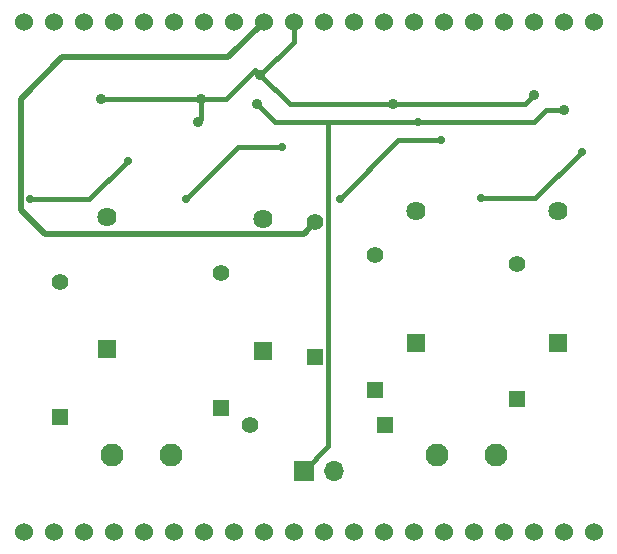
<source format=gbr>
%TF.GenerationSoftware,KiCad,Pcbnew,8.0.8*%
%TF.CreationDate,2025-02-03T20:57:41-05:00*%
%TF.ProjectId,PWM Module,50574d20-4d6f-4647-956c-652e6b696361,rev?*%
%TF.SameCoordinates,Original*%
%TF.FileFunction,Copper,L2,Bot*%
%TF.FilePolarity,Positive*%
%FSLAX46Y46*%
G04 Gerber Fmt 4.6, Leading zero omitted, Abs format (unit mm)*
G04 Created by KiCad (PCBNEW 8.0.8) date 2025-02-03 20:57:41*
%MOMM*%
%LPD*%
G01*
G04 APERTURE LIST*
%TA.AperFunction,ComponentPad*%
%ADD10R,1.700000X1.700000*%
%TD*%
%TA.AperFunction,ComponentPad*%
%ADD11O,1.700000X1.700000*%
%TD*%
%TA.AperFunction,ComponentPad*%
%ADD12C,1.950000*%
%TD*%
%TA.AperFunction,ComponentPad*%
%ADD13R,1.625600X1.625600*%
%TD*%
%TA.AperFunction,ComponentPad*%
%ADD14C,1.625600*%
%TD*%
%TA.AperFunction,ComponentPad*%
%ADD15C,1.524000*%
%TD*%
%TA.AperFunction,ComponentPad*%
%ADD16R,1.397000X1.397000*%
%TD*%
%TA.AperFunction,ComponentPad*%
%ADD17C,1.397000*%
%TD*%
%TA.AperFunction,ViaPad*%
%ADD18C,0.900000*%
%TD*%
%TA.AperFunction,ViaPad*%
%ADD19C,0.700000*%
%TD*%
%TA.AperFunction,Conductor*%
%ADD20C,0.400000*%
%TD*%
%TA.AperFunction,Conductor*%
%ADD21C,0.500000*%
%TD*%
G04 APERTURE END LIST*
D10*
%TO.P,J4,1,Pin_1*%
%TO.N,Net-(J4-Pin_1)*%
X176125000Y-63400000D03*
D11*
%TO.P,J4,2,Pin_2*%
%TO.N,Net-(J4-Pin_2)*%
X178665000Y-63400000D03*
%TD*%
D12*
%TO.P,J3,1,Pin_1*%
%TO.N,Net-(J3-Pin_1)*%
X187400000Y-62100000D03*
%TO.P,J3,2,Pin_2*%
%TO.N,Net-(J3-Pin_2)*%
X192400000Y-62100000D03*
%TD*%
D13*
%TO.P,D4,1,K*%
%TO.N,Net-(D4-K)*%
X159441500Y-53076000D03*
D14*
%TO.P,D4,2,A*%
%TO.N,Net-(D4-A)*%
X159441500Y-41900000D03*
%TD*%
D13*
%TO.P,D1,1,K*%
%TO.N,Net-(D1-K)*%
X185640000Y-52576000D03*
D14*
%TO.P,D1,2,A*%
%TO.N,Net-(D1-A)*%
X185640000Y-41400000D03*
%TD*%
D15*
%TO.P,J5,1,1*%
%TO.N,unconnected-(J5-Pad1)*%
X152400000Y-25400000D03*
%TO.P,J5,2,2*%
%TO.N,unconnected-(J5-Pad2)*%
X154940000Y-25400000D03*
%TO.P,J5,3,3*%
%TO.N,unconnected-(J5-Pad3)*%
X157480000Y-25400000D03*
%TO.P,J5,4,4*%
%TO.N,unconnected-(J5-Pad4)*%
X160020000Y-25400000D03*
%TO.P,J5,5,5*%
%TO.N,unconnected-(J5-Pad5)*%
X162560000Y-25400000D03*
%TO.P,J5,6,6*%
%TO.N,Net-(J4-Pin_1)*%
X165100000Y-25400000D03*
%TO.P,J5,7,7*%
%TO.N,unconnected-(J5-Pad7)*%
X167640000Y-25400000D03*
%TO.P,J5,8,8*%
%TO.N,unconnected-(J5-Pad8)*%
X170180000Y-25400000D03*
%TO.P,J5,9,9*%
%TO.N,Net-(J5-Pad9)*%
X172720000Y-25400000D03*
%TO.P,J5,10,10*%
%TO.N,GND*%
X175260000Y-25400000D03*
%TO.P,J5,11,11*%
%TO.N,Net-(U1-VDD)*%
X177800000Y-25400000D03*
%TO.P,J5,12,12*%
%TO.N,unconnected-(J5-Pad12)*%
X180340000Y-25400000D03*
%TO.P,J5,13,13*%
%TO.N,unconnected-(J5-Pad13)*%
X182880000Y-25400000D03*
%TO.P,J5,14,14*%
%TO.N,unconnected-(J5-Pad14)*%
X185420000Y-25400000D03*
%TO.P,J5,15,15*%
%TO.N,unconnected-(J5-Pad15)*%
X187960000Y-25400000D03*
%TO.P,J5,16,16*%
%TO.N,unconnected-(J5-Pad16)*%
X190500000Y-25400000D03*
%TO.P,J5,17,17*%
%TO.N,unconnected-(J5-Pad17)*%
X193040000Y-25400000D03*
%TO.P,J5,18,18*%
%TO.N,unconnected-(J5-Pad18)*%
X195580000Y-25400000D03*
%TO.P,J5,19,19*%
%TO.N,unconnected-(J5-Pad19)*%
X198120000Y-25400000D03*
%TO.P,J5,20,20*%
%TO.N,unconnected-(J5-Pad20)*%
X200660000Y-25400000D03*
%TD*%
D12*
%TO.P,J2,1,Pin_1*%
%TO.N,Net-(J2-Pin_1)*%
X159900000Y-62100000D03*
%TO.P,J2,2,Pin_2*%
%TO.N,Net-(J2-Pin_2)*%
X164900000Y-62100000D03*
%TD*%
D13*
%TO.P,D3,1,K*%
%TO.N,Net-(D3-K)*%
X197640000Y-52576000D03*
D14*
%TO.P,D3,2,A*%
%TO.N,Net-(D3-A)*%
X197640000Y-41400000D03*
%TD*%
D16*
%TO.P,R9,1*%
%TO.N,Net-(D3-K)*%
X194140000Y-57330000D03*
D17*
%TO.P,R9,2*%
%TO.N,Net-(D3-A)*%
X194140000Y-45900000D03*
%TD*%
D16*
%TO.P,R13,1*%
%TO.N,Net-(J4-Pin_2)*%
X183015000Y-59500000D03*
D17*
%TO.P,R13,2*%
%TO.N,Net-(R13-Pad2)*%
X171585000Y-59500000D03*
%TD*%
D16*
%TO.P,R3,1*%
%TO.N,Net-(D1-K)*%
X182140000Y-56615000D03*
D17*
%TO.P,R3,2*%
%TO.N,Net-(D1-A)*%
X182140000Y-45185000D03*
%TD*%
D16*
%TO.P,R12,1*%
%TO.N,Net-(D4-K)*%
X155441500Y-58830000D03*
D17*
%TO.P,R12,2*%
%TO.N,Net-(D4-A)*%
X155441500Y-47400000D03*
%TD*%
D16*
%TO.P,R6,1*%
%TO.N,Net-(D2-K)*%
X169140000Y-58115000D03*
D17*
%TO.P,R6,2*%
%TO.N,Net-(D2-A)*%
X169140000Y-46685000D03*
%TD*%
D16*
%TO.P,R14,1*%
%TO.N,Net-(R13-Pad2)*%
X177100000Y-53815000D03*
D17*
%TO.P,R14,2*%
%TO.N,Net-(J5-Pad9)*%
X177100000Y-42385000D03*
%TD*%
D13*
%TO.P,D2,1,K*%
%TO.N,Net-(D2-K)*%
X172640000Y-53289500D03*
D14*
%TO.P,D2,2,A*%
%TO.N,Net-(D2-A)*%
X172640000Y-42113500D03*
%TD*%
D15*
%TO.P,J5,1,1*%
%TO.N,N/C*%
X152400000Y-68580000D03*
%TO.P,J5,2,2*%
X154940000Y-68580000D03*
%TO.P,J5,3,3*%
X157480000Y-68580000D03*
%TO.P,J5,4,4*%
X160020000Y-68580000D03*
%TO.P,J5,5,5*%
X162560000Y-68580000D03*
%TO.P,J5,6,6*%
X165100000Y-68580000D03*
%TO.P,J5,7,7*%
X167640000Y-68580000D03*
%TO.P,J5,8,8*%
X170180000Y-68580000D03*
%TO.P,J5,9,9*%
X172720000Y-68580000D03*
%TO.P,J5,10,10*%
X175260000Y-68580000D03*
%TO.P,J5,11,11*%
X177800000Y-68580000D03*
%TO.P,J5,12,12*%
X180340000Y-68580000D03*
%TO.P,J5,13,13*%
X182880000Y-68580000D03*
%TO.P,J5,14,14*%
X185420000Y-68580000D03*
%TO.P,J5,15,15*%
X187960000Y-68580000D03*
%TO.P,J5,16,16*%
X190500000Y-68580000D03*
%TO.P,J5,17,17*%
X193040000Y-68580000D03*
%TO.P,J5,18,18*%
X195580000Y-68580000D03*
%TO.P,J5,19,19*%
X198120000Y-68580000D03*
%TO.P,J5,20,20*%
X200660000Y-68580000D03*
%TD*%
D18*
%TO.N,GND*%
X167140000Y-33900000D03*
X195640000Y-31630000D03*
X172441500Y-29900000D03*
X183640000Y-32400000D03*
X158941500Y-31900000D03*
X167441500Y-31900000D03*
D19*
%TO.N,Net-(U1-VDD)*%
X191084398Y-40344398D03*
X166140000Y-40400000D03*
X187688850Y-35448850D03*
X152941500Y-40400000D03*
X174240100Y-36000100D03*
X161191500Y-37150000D03*
X179140000Y-40400000D03*
X199640000Y-36400000D03*
%TO.N,Net-(J4-Pin_1)*%
X185790001Y-33900000D03*
D18*
X172158100Y-32381900D03*
X198140000Y-32900000D03*
%TD*%
D20*
%TO.N,GND*%
X172441500Y-29900000D02*
X172001500Y-29460000D01*
X167441500Y-31900000D02*
X169561500Y-31900000D01*
X158941500Y-31900000D02*
X167441500Y-31900000D01*
X167441500Y-31900000D02*
X167441500Y-33598500D01*
X175260000Y-25400000D02*
X175260000Y-27081500D01*
X174941500Y-32400000D02*
X172441500Y-29900000D01*
X194870000Y-32400000D02*
X183640000Y-32400000D01*
X183640000Y-32400000D02*
X174941500Y-32400000D01*
X167441500Y-33598500D02*
X167140000Y-33900000D01*
X195640000Y-31630000D02*
X194870000Y-32400000D01*
X169561500Y-31900000D02*
X172001500Y-29460000D01*
X175260000Y-27081500D02*
X172441500Y-29900000D01*
%TO.N,Net-(U1-VDD)*%
X187688850Y-35448850D02*
X184091150Y-35448850D01*
X174240100Y-36000100D02*
X170539900Y-36000100D01*
X199640000Y-36400000D02*
X195695602Y-40344398D01*
X184091150Y-35448850D02*
X179140000Y-40400000D01*
X195695602Y-40344398D02*
X191084398Y-40344398D01*
X161191500Y-37150000D02*
X157941500Y-40400000D01*
X170539900Y-36000100D02*
X166140000Y-40400000D01*
X157941500Y-40400000D02*
X152941500Y-40400000D01*
%TO.N,Net-(J4-Pin_1)*%
X195640000Y-33900000D02*
X196640000Y-32900000D01*
X196640000Y-32900000D02*
X198140000Y-32900000D01*
X178198500Y-33998500D02*
X178100000Y-33900000D01*
X178198500Y-61326500D02*
X178198500Y-33998500D01*
X177640000Y-33900000D02*
X173676200Y-33900000D01*
X185790001Y-33900000D02*
X195640000Y-33900000D01*
X178100000Y-33900000D02*
X177640000Y-33900000D01*
X176125000Y-63400000D02*
X178198500Y-61326500D01*
X185790001Y-33900000D02*
X178100000Y-33900000D01*
X173676200Y-33900000D02*
X172158100Y-32381900D01*
D21*
%TO.N,Net-(J5-Pad9)*%
X169720000Y-28400000D02*
X155640000Y-28400000D01*
X152141500Y-41341500D02*
X154176300Y-43376300D01*
X154176300Y-43376300D02*
X176108700Y-43376300D01*
X155640000Y-28400000D02*
X152141500Y-31898500D01*
X176108700Y-43376300D02*
X177100000Y-42385000D01*
X172720000Y-25400000D02*
X169720000Y-28400000D01*
X152141500Y-31898500D02*
X152141500Y-41341500D01*
%TD*%
M02*

</source>
